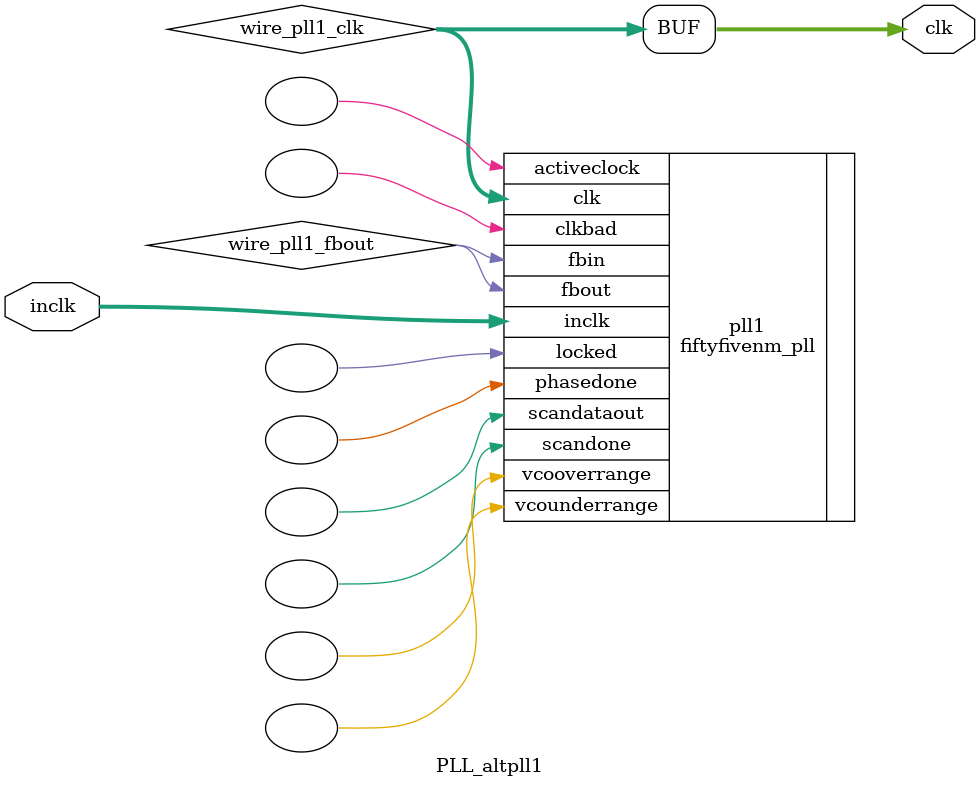
<source format=v>






//synthesis_resources = fiftyfivenm_pll 1 
//synopsys translate_off
`timescale 1 ps / 1 ps
//synopsys translate_on
module  PLL_altpll1
	( 
	clk,
	inclk) /* synthesis synthesis_clearbox=1 */;
	output   [4:0]  clk;
	input   [1:0]  inclk;
`ifndef ALTERA_RESERVED_QIS
// synopsys translate_off
`endif
	tri0   [1:0]  inclk;
`ifndef ALTERA_RESERVED_QIS
// synopsys translate_on
`endif

	wire  [4:0]   wire_pll1_clk;
	wire  wire_pll1_fbout;

	fiftyfivenm_pll   pll1
	( 
	.activeclock(),
	.clk(wire_pll1_clk),
	.clkbad(),
	.fbin(wire_pll1_fbout),
	.fbout(wire_pll1_fbout),
	.inclk(inclk),
	.locked(),
	.phasedone(),
	.scandataout(),
	.scandone(),
	.vcooverrange(),
	.vcounderrange()
	`ifndef FORMAL_VERIFICATION
	// synopsys translate_off
	`endif
	,
	.areset(1'b0),
	.clkswitch(1'b0),
	.configupdate(1'b0),
	.pfdena(1'b1),
	.phasecounterselect({3{1'b0}}),
	.phasestep(1'b0),
	.phaseupdown(1'b0),
	.scanclk(1'b0),
	.scanclkena(1'b1),
	.scandata(1'b0)
	`ifndef FORMAL_VERIFICATION
	// synopsys translate_on
	`endif
	);
	defparam
		pll1.bandwidth_type = "auto",
		pll1.clk0_divide_by = 6,
		pll1.clk0_duty_cycle = 50,
		pll1.clk0_multiply_by = 25,
		pll1.clk0_phase_shift = "0",
		pll1.clk1_divide_by = 3,
		pll1.clk1_duty_cycle = 50,
		pll1.clk1_multiply_by = 25,
		pll1.clk1_phase_shift = "0",
		pll1.compensate_clock = "clk0",
		pll1.inclk0_input_frequency = 83333,
		pll1.operation_mode = "normal",
		pll1.pll_type = "auto",
		pll1.lpm_type = "fiftyfivenm_pll";
	assign
		clk = {wire_pll1_clk[4:0]};
endmodule //PLL_altpll1
//VALID FILE

</source>
